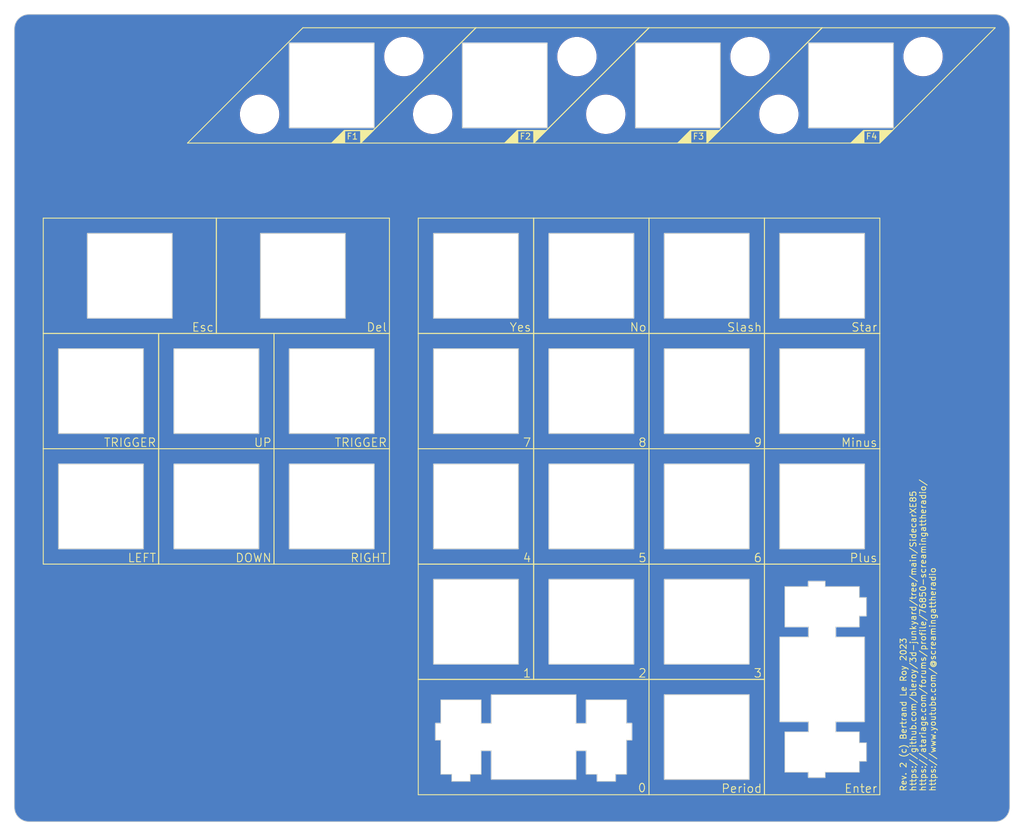
<source format=kicad_pcb>
(kicad_pcb (version 20221018) (generator pcbnew)
  (title_block (title "Sidecar XE85 plate") (date "2023-05-04") (rev "Rev. 2") (company "Decent Consulting"))
  (layers (0 "F.Cu" signal) (31 "B.Cu" signal) (34 "B.Paste" user) (35 "F.Paste" user) (36 "B.SilkS" user "B.Silkscreen") (37 "F.SilkS" user "F.Silkscreen") (38 "B.Mask" user) (39 "F.Mask" user) (44 "Edge.Cuts" user))
  (net 0 "")
  (net 1 "GND")
  (footprint "Library:MX-1-00U-Plate" (layer "F.Cu") (at 138.1125 123.825)
    (fp_text reference "SW8")
    (fp_text value "3")
    (fp_line (start -7 -1.92) (end 7 -1.92) (stroke (width 0.1524)) (layer "Edge.Cuts"))
    (fp_line (start -7 12.08) (end -7 -1.92) (stroke (width 0.1524)) (layer "Edge.Cuts"))
    (fp_line (start 7 -1.92) (end 7 12.08) (stroke (width 0.1524)) (layer "Edge.Cuts"))
    (fp_line (start 7 12.08) (end -7 12.08) (stroke (width 0.1524)) (layer "Edge.Cuts"))
  )
  (footprint "Library:ScreamingAtTheRadio" (layer "F.Cu") (at 41 150)
    (fp_text reference "G***" hide)
    (fp_text value "LOGO" hide)
  )
  (footprint "Library:MX-1-50U-Atari-Fn-Plate" (layer "F.Cu") (at 76.2 35.225)
    (fp_text reference "SW5")
    (fp_text value "F1")
    (fp_line (start -7 -1.92) (end 7 -1.92) (stroke (width 0.1524)) (layer "Edge.Cuts"))
    (fp_line (start -7 12.08) (end -7 -1.92) (stroke (width 0.1524)) (layer "Edge.Cuts"))
    (fp_line (start 7 -1.92) (end 7 12.08) (stroke (width 0.1524)) (layer "Edge.Cuts"))
    (fp_line (start 7 12.08) (end -7 12.08) (stroke (width 0.1524)) (layer "Edge.Cuts"))
  )
  (footprint "Library:MX-1-00U-Plate" (layer "F.Cu") (at 100.0125 104.775)
    (fp_text reference "SW23")
    (fp_text value "4")
    (fp_line (start -7 -1.92) (end 7 -1.92) (stroke (width 0.1524)) (layer "Edge.Cuts"))
    (fp_line (start -7 12.08) (end -7 -1.92) (stroke (width 0.1524)) (layer "Edge.Cuts"))
    (fp_line (start 7 -1.92) (end 7 12.08) (stroke (width 0.1524)) (layer "Edge.Cuts"))
    (fp_line (start 7 12.08) (end -7 12.08) (stroke (width 0.1524)) (layer "Edge.Cuts"))
  )
  (footprint "Library:MX-2-00U-Plate" (layer "F.Cu") (at 109.5375 142.875)
    (fp_text reference "SW4")
    (fp_text value "0")
    (fp_line (start -16.2164 2.794) (end -16.2164 5.588) (stroke (width 0.12)) (layer "Edge.Cuts"))
    (fp_line (start -15.33 -1.0668) (end -15.33 2.794) (stroke (width 0.12)) (layer "Edge.Cuts"))
    (fp_line (start -15.33 2.794) (end -16.2164 2.794) (stroke (width 0.12)) (layer "Edge.Cuts"))
    (fp_line (start -15.33 5.588) (end -16.2164 5.588) (stroke (width 0.12)) (layer "Edge.Cuts"))
    (fp_line (start -15.33 5.588) (end -15.33 11.2268) (stroke (width 0.12)) (layer "Edge.Cuts"))
    (fp_line (start -13.524 11.2268) (end -15.33 11.2268) (stroke (width 0.12)) (layer "Edge.Cuts"))
    (fp_line (start -13.524 11.2268) (end -13.524 12.3952) (stroke (width 0.12)) (layer "Edge.Cuts"))
    (fp_line (start -10.476 11.2268) (end -10.476 12.3952) (stroke (width 0.12)) (layer "Edge.Cuts"))
    (fp_line (start -10.476 12.3952) (end -13.524 12.3952) (stroke (width 0.12)) (layer "Edge.Cuts"))
    (fp_line (start -8.67 -1.0668) (end -15.33 -1.0668) (stroke (width 0.12)) (layer "Edge.Cuts"))
    (fp_line (start -8.67 -1.0668) (end -8.67 2.83) (stroke (width 0.12)) (layer "Edge.Cuts"))
    (fp_line (start -8.67 2.83) (end -7 2.83) (stroke (width 0.12)) (layer "Edge.Cuts"))
    (fp_line (start -8.67 7.33) (end -7 7.33) (stroke (width 0.12)) (layer "Edge.Cuts"))
    (fp_line (start -8.67 11.2268) (end -10.476 11.2268) (stroke (width 0.12)) (layer "Edge.Cuts"))
    (fp_line (start -8.67 11.2268) (end -8.67 7.33) (stroke (width 0.12)) (layer "Edge.Cuts"))
    (fp_line (start -7 -1.92) (end -7 2.83) (stroke (width 0.12)) (layer "Edge.Cuts"))
    (fp_line (start -7 -1.92) (end 7 -1.92) (stroke (width 0.12)) (layer "Edge.Cuts"))
    (fp_line (start -7 12.08) (end -7 7.33) (stroke (width 0.12)) (layer "Edge.Cuts"))
    (fp_line (start -7 12.08) (end 7 12.08) (stroke (width 0.12)) (layer "Edge.Cuts"))
    (fp_line (start 7 -1.92) (end 7 2.83) (stroke (width 0.12)) (layer "Edge.Cuts"))
    (fp_line (start 7 12.08) (end 7 7.33) (stroke (width 0.12)) (layer "Edge.Cuts"))
    (fp_line (start 8.67 -1.0668) (end 8.67 2.83) (stroke (width 0.12)) (layer "Edge.Cuts"))
    (fp_line (start 8.67 -1.0668) (end 15.33 -1.0668) (stroke (width 0.12)) (layer "Edge.Cuts"))
    (fp_line (start 8.67 2.83) (end 7 2.83) (stroke (width 0.12)) (layer "Edge.Cuts"))
    (fp_line (start 8.67 7.33) (end 7 7.33) (stroke (width 0.12)) (layer "Edge.Cuts"))
    (fp_line (start 8.67 11.2268) (end 8.67 7.33) (stroke (width 0.12)) (layer "Edge.Cuts"))
    (fp_line (start 8.67 11.2268) (end 10.476 11.2268) (stroke (width 0.12)) (layer "Edge.Cuts"))
    (fp_line (start 10.476 11.2268) (end 10.476 12.3952) (stroke (width 0.12)) (layer "Edge.Cuts"))
    (fp_line (start 10.476 12.3952) (end 13.524 12.3952) (stroke (width 0.12)) (layer "Edge.Cuts"))
    (fp_line (start 13.524 11.2268) (end 13.524 12.3952) (stroke (width 0.12)) (layer "Edge.Cuts"))
    (fp_line (start 13.524 11.2268) (end 15.33 11.2268) (stroke (width 0.12)) (layer "Edge.Cuts"))
    (fp_line (start 15.33 -1.0668) (end 15.33 2.794) (stroke (width 0.12)) (layer "Edge.Cuts"))
    (fp_line (start 15.33 2.794) (end 16.2164 2.794) (stroke (width 0.12)) (layer "Edge.Cuts"))
    (fp_line (start 15.33 5.588) (end 15.33 11.2268) (stroke (width 0.12)) (layer "Edge.Cuts"))
    (fp_line (start 15.33 5.588) (end 16.2164 5.588) (stroke (width 0.12)) (layer "Edge.Cuts"))
    (fp_line (start 16.2164 2.794) (end 16.2164 5.588) (stroke (width 0.12)) (layer "Edge.Cuts"))
  )
  (footprint "Library:MX-1-00U-Plate" (layer "F.Cu") (at 100.0125 66.675)
    (fp_text reference "SW11")
    (fp_text value "Yes")
    (fp_line (start -7 -1.92) (end 7 -1.92) (stroke (width 0.1524)) (layer "Edge.Cuts"))
    (fp_line (start -7 12.08) (end -7 -1.92) (stroke (width 0.1524)) (layer "Edge.Cuts"))
    (fp_line (start 7 -1.92) (end 7 12.08) (stroke (width 0.1524)) (layer "Edge.Cuts"))
    (fp_line (start 7 12.08) (end -7 12.08) (stroke (width 0.1524)) (layer "Edge.Cuts"))
  )
  (footprint "Library:MX-1-00U-Plate" (layer "F.Cu") (at 157.1625 66.675)
    (fp_text reference "SW27")
    (fp_text value "Star")
    (fp_line (start -7 -1.92) (end 7 -1.92) (stroke (width 0.1524)) (layer "Edge.Cuts"))
    (fp_line (start -7 12.08) (end -7 -1.92) (stroke (width 0.1524)) (layer "Edge.Cuts"))
    (fp_line (start 7 -1.92) (end 7 12.08) (stroke (width 0.1524)) (layer "Edge.Cuts"))
    (fp_line (start 7 12.08) (end -7 12.08) (stroke (width 0.1524)) (layer "Edge.Cuts"))
  )
  (footprint "Library:MX-1-00U-Plate" (layer "F.Cu") (at 119.0625 66.675)
    (fp_text reference "SW18")
    (fp_text value "No")
    (fp_line (start -7 -1.92) (end 7 -1.92) (stroke (width 0.1524)) (layer "Edge.Cuts"))
    (fp_line (start -7 12.08) (end -7 -1.92) (stroke (width 0.1524)) (layer "Edge.Cuts"))
    (fp_line (start 7 -1.92) (end 7 12.08) (stroke (width 0.1524)) (layer "Edge.Cuts"))
    (fp_line (start 7 12.08) (end -7 12.08) (stroke (width 0.1524)) (layer "Edge.Cuts"))
  )
  (footprint "Library:MX-1-00U-Plate" (layer "F.Cu") (at 76.2 85.725)
    (fp_text reference "SW30")
    (fp_text value "TRIGGER")
    (fp_line (start -7 -1.92) (end 7 -1.92) (stroke (width 0.1524)) (layer "Edge.Cuts"))
    (fp_line (start -7 12.08) (end -7 -1.92) (stroke (width 0.1524)) (layer "Edge.Cuts"))
    (fp_line (start 7 -1.92) (end 7 12.08) (stroke (width 0.1524)) (layer "Edge.Cuts"))
    (fp_line (start 7 12.08) (end -7 12.08) (stroke (width 0.1524)) (layer "Edge.Cuts"))
  )
  (footprint "Library:MX-1-50U-Atari-Fn-Plate" (layer "F.Cu") (at 133.35 35.225)
    (fp_text reference "SW6")
    (fp_text value "F3")
    (fp_line (start -7 -1.92) (end 7 -1.92) (stroke (width 0.1524)) (layer "Edge.Cuts"))
    (fp_line (start -7 12.08) (end -7 -1.92) (stroke (width 0.1524)) (layer "Edge.Cuts"))
    (fp_line (start 7 -1.92) (end 7 12.08) (stroke (width 0.1524)) (layer "Edge.Cuts"))
    (fp_line (start 7 12.08) (end -7 12.08) (stroke (width 0.1524)) (layer "Edge.Cuts"))
  )
  (footprint "Library:MX-1-00U-Plate" (layer "F.Cu") (at 119.0625 123.825)
    (fp_text reference "SW9")
    (fp_text value "2")
    (fp_line (start -7 -1.92) (end 7 -1.92) (stroke (width 0.1524)) (layer "Edge.Cuts"))
    (fp_line (start -7 12.08) (end -7 -1.92) (stroke (width 0.1524)) (layer "Edge.Cuts"))
    (fp_line (start 7 -1.92) (end 7 12.08) (stroke (width 0.1524)) (layer "Edge.Cuts"))
    (fp_line (start 7 12.08) (end -7 12.08) (stroke (width 0.1524)) (layer "Edge.Cuts"))
  )
  (footprint "Library:MX-1-00U-Plate" (layer "F.Cu") (at 119.0625 85.725)
    (fp_text reference "SW16")
    (fp_text value "8")
    (fp_line (start -7 -1.92) (end 7 -1.92) (stroke (width 0.1524)) (layer "Edge.Cuts"))
    (fp_line (start -7 12.08) (end -7 -1.92) (stroke (width 0.1524)) (layer "Edge.Cuts"))
    (fp_line (start 7 -1.92) (end 7 12.08) (stroke (width 0.1524)) (layer "Edge.Cuts"))
    (fp_line (start 7 12.08) (end -7 12.08) (stroke (width 0.1524)) (layer "Edge.Cuts"))
  )
  (footprint "Library:MX-2-00U-VERT-Plate" (layer "F.Cu") (at 157.1625 133.35)
    (fp_text reference "SW2")
    (fp_text value "Enter")
    (fp_line (start -7 -1.92) (end -2.25 -1.92) (stroke (width 0.12)) (layer "Edge.Cuts"))
    (fp_line (start -7 12.08) (end -7 -1.92) (stroke (width 0.12)) (layer "Edge.Cuts"))
    (fp_line (start -7 12.08) (end -2.25 12.08) (stroke (width 0.12)) (layer "Edge.Cuts"))
    (fp_line (start -6.1468 -10.25) (end -2.286 -10.25) (stroke (width 0.12)) (layer "Edge.Cuts"))
    (fp_line (start -6.1468 -3.59) (end -6.1468 -10.25) (stroke (width 0.12)) (layer "Edge.Cuts"))
    (fp_line (start -6.1468 -3.59) (end -2.25 -3.59) (stroke (width 0.12)) (layer "Edge.Cuts"))
    (fp_line (start -6.1468 13.75) (end -6.1468 20.41) (stroke (width 0.12)) (layer "Edge.Cuts"))
    (fp_line (start -6.1468 13.75) (end -2.25 13.75) (stroke (width 0.12)) (layer "Edge.Cuts"))
    (fp_line (start -6.1468 20.41) (end -2.286 20.41) (stroke (width 0.12)) (layer "Edge.Cuts"))
    (fp_line (start -2.286 -11.1364) (end 0.508 -11.1364) (stroke (width 0.12)) (layer "Edge.Cuts"))
    (fp_line (start -2.286 -10.25) (end -2.286 -11.1364) (stroke (width 0.12)) (layer "Edge.Cuts"))
    (fp_line (start -2.286 20.41) (end -2.286 21.2964) (stroke (width 0.12)) (layer "Edge.Cuts"))
    (fp_line (start -2.286 21.2964) (end 0.508 21.2964) (stroke (width 0.12)) (layer "Edge.Cuts"))
    (fp_line (start -2.25 -3.59) (end -2.25 -1.92) (stroke (width 0.12)) (layer "Edge.Cuts"))
    (fp_line (start -2.25 13.75) (end -2.25 12.08) (stroke (width 0.12)) (layer "Edge.Cuts"))
    (fp_line (start 0.508 -10.25) (end 0.508 -11.1364) (stroke (width 0.12)) (layer "Edge.Cuts"))
    (fp_line (start 0.508 -10.25) (end 6.1468 -10.25) (stroke (width 0.12)) (layer "Edge.Cuts"))
    (fp_line (start 0.508 20.41) (end 0.508 21.2964) (stroke (width 0.12)) (layer "Edge.Cuts"))
    (fp_line (start 0.508 20.41) (end 6.1468 20.41) (stroke (width 0.12)) (layer "Edge.Cuts"))
    (fp_line (start 2.25 -3.59) (end 2.25 -1.92) (stroke (width 0.12)) (layer "Edge.Cuts"))
    (fp_line (start 2.25 13.75) (end 2.25 12.08) (stroke (width 0.12)) (layer "Edge.Cuts"))
    (fp_line (start 6.1468 -8.444) (end 6.1468 -10.25) (stroke (width 0.12)) (layer "Edge.Cuts"))
    (fp_line (start 6.1468 -8.444) (end 7.3152 -8.444) (stroke (width 0.12)) (layer "Edge.Cuts"))
    (fp_line (start 6.1468 -5.396) (end 7.3152 -5.396) (stroke (width 0.12)) (layer "Edge.Cuts"))
    (fp_line (start 6.1468 -3.59) (end 2.25 -3.59) (stroke (width 0.12)) (layer "Edge.Cuts"))
    (fp_line (start 6.1468 -3.59) (end 6.1468 -5.396) (stroke (width 0.12)) (layer "Edge.Cuts"))
    (fp_line (start 6.1468 13.75) (end 2.25 13.75) (stroke (width 0.12)) (layer "Edge.Cuts"))
    (fp_line (start 6.1468 13.75) (end 6.1468 15.556) (stroke (width 0.12)) (layer "Edge.Cuts"))
    (fp_line (start 6.1468 15.556) (end 7.3152 15.556) (stroke (width 0.12)) (layer "Edge.Cuts"))
    (fp_line (start 6.1468 18.604) (end 6.1468 20.41) (stroke (width 0.12)) (layer "Edge.Cuts"))
    (fp_line (start 6.1468 18.604) (end 7.3152 18.604) (stroke (width 0.12)) (layer "Edge.Cuts"))
    (fp_line (start 7 -1.92) (end 2.25 -1.92) (stroke (width 0.12)) (layer "Edge.Cuts"))
    (fp_line (start 7 12.08) (end 2.25 12.08) (stroke (width 0.12)) (layer "Edge.Cuts"))
    (fp_line (start 7 12.08) (end 7 -1.92) (stroke (width 0.12)) (layer "Edge.Cuts"))
    (fp_line (start 7.3152 -5.396) (end 7.3152 -8.444) (stroke (width 0.12)) (layer "Edge.Cuts"))
    (fp_line (start 7.3152 15.556) (end 7.3152 18.604) (stroke (width 0.12)) (layer "Edge.Cuts"))
  )
  (footprint "Symbol:KiCad-Logo2_5mm_Copper" (layer "F.Cu") (at 64.9 152.5)
    (fp_text reference "REF**" hide)
    (fp_text value "KiCad-Logo2_5mm_Copper" hide)
  )
  (footprint "Library:MX-1-00U-Plate" (layer "F.Cu") (at 138.1125 85.725)
    (fp_text reference "SW15")
    (fp_text value "9")
    (fp_line (start -7 -1.92) (end 7 -1.92) (stroke (width 0.1524)) (layer "Edge.Cuts"))
    (fp_line (start -7 12.08) (end -7 -1.92) (stroke (width 0.1524)) (layer "Edge.Cuts"))
    (fp_line (start 7 -1.92) (end 7 12.08) (stroke (width 0.1524)) (layer "Edge.Cuts"))
    (fp_line (start 7 12.08) (end -7 12.08) (stroke (width 0.1524)) (layer "Edge.Cuts"))
  )
  (footprint "Library:MX-1-00U-Plate" (layer "F.Cu") (at 138.1125 142.875)
    (fp_text reference "SW3")
    (fp_text value "Period")
    (fp_line (start -7 -1.92) (end 7 -1.92) (stroke (width 0.1524)) (layer "Edge.Cuts"))
    (fp_line (start -7 12.08) (end -7 -1.92) (stroke (width 0.1524)) (layer "Edge.Cuts"))
    (fp_line (start 7 -1.92) (end 7 12.08) (stroke (width 0.1524)) (layer "Edge.Cuts"))
    (fp_line (start 7 12.08) (end -7 12.08) (stroke (width 0.1524)) (layer "Edge.Cuts"))
  )
  (footprint "Library:MX-1-50U-Atari-Fn-Plate" (layer "F.Cu") (at 161.925 35.225)
    (fp_text reference "SW13")
    (fp_text value "F4")
    (fp_line (start -7 -1.92) (end 7 -1.92) (stroke (width 0.1524)) (layer "Edge.Cuts"))
    (fp_line (start -7 12.08) (end -7 -1.92) (stroke (width 0.1524)) (layer "Edge.Cuts"))
    (fp_line (start 7 -1.92) (end 7 12.08) (stroke (width 0.1524)) (layer "Edge.Cuts"))
    (fp_line (start 7 12.08) (end -7 12.08) (stroke (width 0.1524)) (layer "Edge.Cuts"))
  )
  (footprint "Library:MX-1-50U-Plate" (layer "F.Cu") (at 42.8625 66.675)
    (fp_text reference "SW29")
    (fp_text value "Esc")
    (fp_line (start -7 -1.92) (end 7 -1.92) (stroke (width 0.1524)) (layer "Edge.Cuts"))
    (fp_line (start -7 12.08) (end -7 -1.92) (stroke (width 0.1524)) (layer "Edge.Cuts"))
    (fp_line (start 7 -1.92) (end 7 12.08) (stroke (width 0.1524)) (layer "Edge.Cuts"))
    (fp_line (start 7 12.08) (end -7 12.08) (stroke (width 0.1524)) (layer "Edge.Cuts"))
  )
  (footprint "Library:MX-1-50U-Plate" (layer "F.Cu") (at 71.4375 66.675)
    (fp_text reference "SW24")
    (fp_text value "Del")
    (fp_line (start -7 -1.92) (end 7 -1.92) (stroke (width 0.1524)) (layer "Edge.Cuts"))
    (fp_line (start -7 12.08) (end -7 -1.92) (stroke (width 0.1524)) (layer "Edge.Cuts"))
    (fp_line (start 7 -1.92) (end 7 12.08) (stroke (width 0.1524)) (layer "Edge.Cuts"))
    (fp_line (start 7 12.08) (end -7 12.08) (stroke (width 0.1524)) (layer "Edge.Cuts"))
  )
  (footprint "Library:MX-1-00U-Plate" (layer "F.Cu") (at 138.1125 66.675)
    (fp_text reference "SW26")
    (fp_text value "Slash")
    (fp_line (start -7 -1.92) (end 7 -1.92) (stroke (width 0.1524)) (layer "Edge.Cuts"))
    (fp_line (start -7 12.08) (end -7 -1.92) (stroke (width 0.1524)) (layer "Edge.Cuts"))
    (fp_line (start 7 -1.92) (end 7 12.08) (stroke (width 0.1524)) (layer "Edge.Cuts"))
    (fp_line (start 7 12.08) (end -7 12.08) (stroke (width 0.1524)) (layer "Edge.Cuts"))
  )
  (footprint "Library:MX-1-00U-Plate" (layer "F.Cu") (at 57.15 104.775)
    (fp_text reference "SW20")
    (fp_text value "DOWN")
    (fp_line (start -7 -1.92) (end 7 -1.92) (stroke (width 0.1524)) (layer "Edge.Cuts"))
    (fp_line (start -7 12.08) (end -7 -1.92) (stroke (width 0.1524)) (layer "Edge.Cuts"))
    (fp_line (start 7 -1.92) (end 7 12.08) (stroke (width 0.1524)) (layer "Edge.Cuts"))
    (fp_line (start 7 12.08) (end -7 12.08) (stroke (width 0.1524)) (layer "Edge.Cuts"))
  )
  (footprint "Library:MX-1-00U-Plate" (layer "F.Cu") (at 100.0125 85.725)
    (fp_text reference "SW17")
    (fp_text value "7")
    (fp_line (start -7 -1.92) (end 7 -1.92) (stroke (width 0.1524)) (layer "Edge.Cuts"))
    (fp_line (start -7 12.08) (end -7 -1.92) (stroke (width 0.1524)) (layer "Edge.Cuts"))
    (fp_line (start 7 -1.92) (end 7 12.08) (stroke (width 0.1524)) (layer "Edge.Cuts"))
    (fp_line (start 7 12.08) (end -7 12.08) (stroke (width 0.1524)) (layer "Edge.Cuts"))
  )
  (footprint "Library:MX-1-00U-Plate" (layer "F.Cu") (at 138.1125 104.775)
    (fp_text reference "SW21")
    (fp_text value "6")
    (fp_line (start -7 -1.92) (end 7 -1.92) (stroke (width 0.1524)) (layer "Edge.Cuts"))
    (fp_line (start -7 12.08) (end -7 -1.92) (stroke (width 0.1524)) (layer "Edge.Cuts"))
    (fp_line (start 7 -1.92) (end 7 12.08) (stroke (width 0.1524)) (layer "Edge.Cuts"))
    (fp_line (start 7 12.08) (end -7 12.08) (stroke (width 0.1524)) (layer "Edge.Cuts"))
  )
  (footprint "Library:MX-1-00U-Plate" (layer "F.Cu") (at 38.1 85.725)
    (fp_text reference "SW7")
    (fp_text value "TRIGGER")
    (fp_line (start -7 -1.92) (end 7 -1.92) (stroke (width 0.1524)) (layer "Edge.Cuts"))
    (fp_line (start -7 12.08) (end -7 -1.92) (stroke (width 0.1524)) (layer "Edge.Cuts"))
    (fp_line (start 7 -1.92) (end 7 12.08) (stroke (width 0.1524)) (layer "Edge.Cuts"))
    (fp_line (start 7 12.08) (end -7 12.08) (stroke (width 0.1524)) (layer "Edge.Cuts"))
  )
  (footprint "Library:MX-1-00U-Plate" (layer "F.Cu") (at 119.0625 104.775)
    (fp_text reference "SW22")
    (fp_text value "5")
    (fp_line (start -7 -1.92) (end 7 -1.92) (stroke (width 0.1524)) (layer "Edge.Cuts"))
    (fp_line (start -7 12.08) (end -7 -1.92) (stroke (width 0.1524)) (layer "Edge.Cuts"))
    (fp_line (start 7 -1.92) (end 7 12.08) (stroke (width 0.1524)) (layer "Edge.Cuts"))
    (fp_line (start 7 12.08) (end -7 12.08) (stroke (width 0.1524)) (layer "Edge.Cuts"))
  )
  (footprint "Library:MX-1-00U-Plate" (layer "F.Cu") (at 76.2 104.775)
    (fp_text reference "SW25")
    (fp_text value "RIGHT")
    (fp_line (start -7 -1.92) (end 7 -1.92) (stroke (width 0.1524)) (layer "Edge.Cuts"))
    (fp_line (start -7 12.08) (end -7 -1.92) (stroke (width 0.1524)) (layer "Edge.Cuts"))
    (fp_line (start 7 -1.92) (end 7 12.08) (stroke (width 0.1524)) (layer "Edge.Cuts"))
    (fp_line (start 7 12.08) (end -7 12.08) (stroke (width 0.1524)) (layer "Edge.Cuts"))
  )
  (footprint "Library:MX-1-50U-Atari-Fn-Plate" (layer "F.Cu") (at 104.775 35.225)
    (fp_text reference "SW12")
    (fp_text value "F2")
    (fp_line (start -7 -1.92) (end 7 -1.92) (stroke (width 0.1524)) (layer "Edge.Cuts"))
    (fp_line (start -7 12.08) (end -7 -1.92) (stroke (width 0.1524)) (layer "Edge.Cuts"))
    (fp_line (start 7 -1.92) (end 7 12.08) (stroke (width 0.1524)) (layer "Edge.Cuts"))
    (fp_line (start 7 12.08) (end -7 12.08) (stroke (width 0.1524)) (layer "Edge.Cuts"))
  )
  (footprint "Library:MX-1-00U-Plate" (layer "F.Cu") (at 57.15 85.725)
    (fp_text reference "SW19")
    (fp_text value "UP")
    (fp_line (start -7 -1.92) (end 7 -1.92) (stroke (width 0.1524)) (layer "Edge.Cuts"))
    (fp_line (start -7 12.08) (end -7 -1.92) (stroke (width 0.1524)) (layer "Edge.Cuts"))
    (fp_line (start 7 -1.92) (end 7 12.08) (stroke (width 0.1524)) (layer "Edge.Cuts"))
    (fp_line (start 7 12.08) (end -7 12.08) (stroke (width 0.1524)) (layer "Edge.Cuts"))
  )
  (footprint "Library:MX-1-00U-Plate" (layer "F.Cu") (at 157.1625 85.725)
    (fp_text reference "SW1")
    (fp_text value "Minus")
    (fp_line (start -7 -1.92) (end 7 -1.92) (stroke (width 0.1524)) (layer "Edge.Cuts"))
    (fp_line (start -7 12.08) (end -7 -1.92) (stroke (width 0.1524)) (layer "Edge.Cuts"))
    (fp_line (start 7 -1.92) (end 7 12.08) (stroke (width 0.1524)) (layer "Edge.Cuts"))
    (fp_line (start 7 12.08) (end -7 12.08) (stroke (width 0.1524)) (layer "Edge.Cuts"))
  )
  (footprint "Library:MX-1-00U-Plate" (layer "F.Cu") (at 157.1625 104.775)
    (fp_text reference "SW28")
    (fp_text value "Plus")
    (fp_line (start -7 -1.92) (end 7 -1.92) (stroke (width 0.1524)) (layer "Edge.Cuts"))
    (fp_line (start -7 12.08) (end -7 -1.92) (stroke (width 0.1524)) (layer "Edge.Cuts"))
    (fp_line (start 7 -1.92) (end 7 12.08) (stroke (width 0.1524)) (layer "Edge.Cuts"))
    (fp_line (start 7 12.08) (end -7 12.08) (stroke (width 0.1524)) (layer "Edge.Cuts"))
  )
  (footprint "Symbol:OSHW-Logo2_7.3x6mm_Copper" (layer "F.Cu") (at 82 153)
    (fp_text reference "REF**" hide)
    (fp_text value "OSHW-Logo2_7.3x6mm_Copper" hide)
  )
  (footprint "LOGO" (layer "F.Cu") (at 135.15 54.5875)
    (fp_text reference "G***" hide)
    (fp_text value "LOGO" hide)
  )
  (footprint "Library:MX-1-00U-Plate" (layer "F.Cu") (at 100.0125 123.825)
    (fp_text reference "SW10")
    (fp_text value "1")
    (fp_line (start -7 -1.92) (end 7 -1.92) (stroke (width 0.1524)) (layer "Edge.Cuts"))
    (fp_line (start -7 12.08) (end -7 -1.92) (stroke (width 0.1524)) (layer "Edge.Cuts"))
    (fp_line (start 7 -1.92) (end 7 12.08) (stroke (width 0.1524)) (layer "Edge.Cuts"))
    (fp_line (start 7 12.08) (end -7 12.08) (stroke (width 0.1524)) (layer "Edge.Cuts"))
  )
  (footprint "Library:MX-1-00U-Plate" (layer "F.Cu") (at 38.1 104.775)
    (fp_text reference "SW14")
    (fp_text value "LEFT")
    (fp_line (start -7 -1.92) (end 7 -1.92) (stroke (width 0.1524)) (layer "Edge.Cuts"))
    (fp_line (start -7 12.08) (end -7 -1.92) (stroke (width 0.1524)) (layer "Edge.Cuts"))
    (fp_line (start 7 -1.92) (end 7 12.08) (stroke (width 0.1524)) (layer "Edge.Cuts"))
    (fp_line (start 7 12.08) (end -7 12.08) (stroke (width 0.1524)) (layer "Edge.Cuts"))
  )
  (gr_line (start 185.7375 161.925) (end 26.19375 161.925) (stroke (width 0.1)) (layer "Edge.Cuts"))
  (gr_line (start 185.7375 28.575) (end 26.19375 28.575) (stroke (width 0.1)) (layer "Edge.Cuts"))
  (gr_line (start 188.11875 30.95625) (end 188.11875 159.54375) (stroke (width 0.1)) (layer "Edge.Cuts"))
  (gr_arc (start 26.19375 161.925) (mid 24.509952 161.227548) (end 23.8125 159.54375) (stroke (width 0.1)) (layer "Edge.Cuts"))
  (gr_arc (start 185.7375 28.575) (mid 187.421298 29.272452) (end 188.11875 30.95625) (stroke (width 0.1)) (layer "Edge.Cuts"))
  (gr_line (start 23.8125 159.54375) (end 23.8125 30.95625) (stroke (width 0.1)) (layer "Edge.Cuts"))
  (gr_arc (start 23.8125 30.95625) (mid 24.509952 29.272452) (end 26.19375 28.575) (stroke (width 0.1)) (layer "Edge.Cuts"))
  (gr_arc (start 188.11875 159.54375) (mid 187.421298 161.227548) (end 185.7375 161.925) (stroke (width 0.1)) (layer "Edge.Cuts"))
  (gr_text "Rev. 2 (c) Bertrand Le Roy 2023\nhttps://github.com/bleroy/3d-junkyard/tree/main/SidecarXE85\nhttps://atariage.com/forums/profile/76850-screamingattheradio/\nhttps://www.youtube.com/@screamingattheradio" (at 173 157 90) (layer "F.SilkS") (effects (font (size 1 1)) (justify left)))
  (zone (net 1) (net_name "GND") (layers "F&B.Cu") (connect_pads (clearance 0.5)) (min_thickness 0.25) (fill yes (thermal_gap 0.5) (thermal_bridge_width 0.5))
    (polygon (pts (xy 190.5 164.30625) (xy 21.43125 164.30625) (xy 21.43125 26.19375) (xy 190.5 26.19375)))
  )
)
</source>
